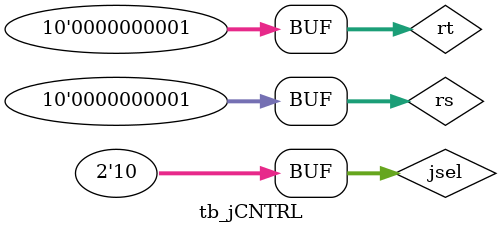
<source format=v>
module jCNTRL (
    output reg fetchCNTRL,       //sends bit to fetch unit if jmp/bra is taken
    input wire [1:0] jsel,       // 2 bits recived from control unit
    input wire [9:0] rs, rt     //receives rs and rt values  
    );
    
    wire bout;
    wire [9:0] alu; //subtractor result 
    
    sub10bit subtractor(.dif(alu), .bout(bout), .A(rs), .B(rt), .bin(1'b0));
    
    always @(jsel, alu) begin
        case (jsel)
            2'b00: fetchCNTRL=1'b0;      //do not jump
            2'b01:                      //bge instruction
            if (alu[9] == 0) begin
                fetchCNTRL=1'b1;              //branch 
            end
            else begin
                fetchCNTRL=1'b0;               //do not branch
            end
            2'b10:                      //bne instruction
            if (alu[9:0] == 10'b0) begin
                fetchCNTRL=1'b0;              //branch 
            end
            else begin
                fetchCNTRL=1'b1;               //do not branch
            end
            2'b11: fetchCNTRL=1'b1;            //jump
        endcase
    end

endmodule 

module tb_jCNTRL ();
    wire fetchCNTRL;
    reg [1:0] jsel;
    reg [9:0] rs, rt;
    
    jCNTRL sut(.fetchCNTRL(fetchCNTRL), .jsel(jsel), .rs(rs), .rt(rt));
    
    parameter PERIOD = 10;
    
    initial begin 
        
        rs = 10'b1; rt = 10'b0;   
        jsel = 2'b00;              #PERIOD;              //test don't jump 
        jsel = 2'b01;              #PERIOD;              //test bge 
        jsel = 2'b10;              #PERIOD;              //test bne 
        jsel = 2'b11;              #PERIOD;              //test jump 
        
        rt = 10'b100;                             //test branch when rs<rt
        jsel = 2'b01;             #PERIOD;               //test bge
        jsel = 2'b10;             #PERIOD;               // test bne 
        
        rt = 10'b1;                             //test branch when rs=rt
        jsel = 2'b01;             #PERIOD;               //test bge
        jsel = 2'b10;             #PERIOD;               // test bne 
     end
endmodule 
</source>
